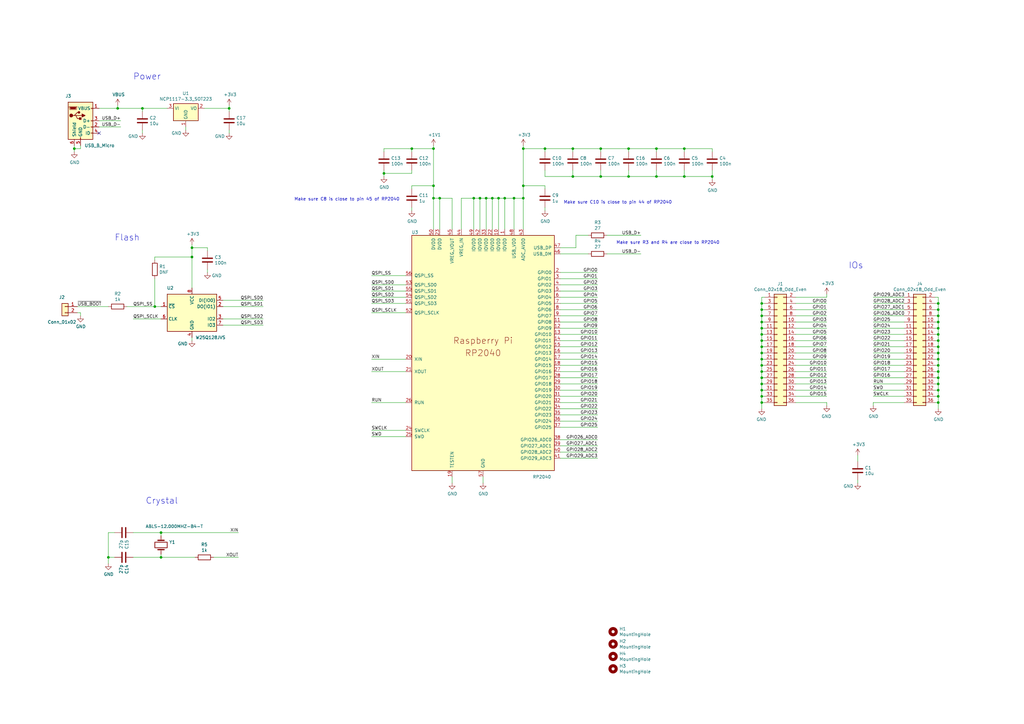
<source format=kicad_sch>
(kicad_sch (version 20230121) (generator eeschema)
  (paper "A3")
  (title_block (title "RP2040 Minimal Design Example") (date "2020-12-18") (rev "REV1") (company "Raspberry Pi (Trading) Ltd"))
  (lib_symbols
    (symbol "Connector_Generic:Conn_01x02" (pin_names (offset 1.016) hide)
      (property "Reference" "J" (at 0 2.54 0))
      (property "Value" "Conn_01x02" (at 0 -5.08 0))
      (symbol "Conn_01x02_1_1"
        (pin passive line (at -5.08 0 0) (length 3.81) (name "Pin_1") (number "1"))
        (pin passive line (at -5.08 -2.54 0) (length 3.81) (name "Pin_2") (number "2"))
      )
    )
    (symbol "Connector_Generic:Conn_02x18_Odd_Even" (pin_names (offset 1.016) hide)
      (property "Reference" "J" (at 1.27 22.86 0))
      (property "Value" "Conn_02x18_Odd_Even" (at 1.27 -25.4 0))
      (symbol "Conn_02x18_Odd_Even_1_1"
        (pin passive line (at -5.08 20.32 0) (length 3.81) (name "Pin_1") (number "1"))
        (pin passive line (at 7.62 10.16 180) (length 3.81) (name "Pin_10") (number "10"))
        (pin passive line (at -5.08 7.62 0) (length 3.81) (name "Pin_11") (number "11"))
        (pin passive line (at 7.62 7.62 180) (length 3.81) (name "Pin_12") (number "12"))
        (pin passive line (at -5.08 5.08 0) (length 3.81) (name "Pin_13") (number "13"))
        (pin passive line (at 7.62 5.08 180) (length 3.81) (name "Pin_14") (number "14"))
        (pin passive line (at -5.08 2.54 0) (length 3.81) (name "Pin_15") (number "15"))
        (pin passive line (at 7.62 2.54 180) (length 3.81) (name "Pin_16") (number "16"))
        (pin passive line (at -5.08 0 0) (length 3.81) (name "Pin_17") (number "17"))
        (pin passive line (at 7.62 0 180) (length 3.81) (name "Pin_18") (number "18"))
        (pin passive line (at -5.08 -2.54 0) (length 3.81) (name "Pin_19") (number "19"))
        (pin passive line (at 7.62 20.32 180) (length 3.81) (name "Pin_2") (number "2"))
        (pin passive line (at 7.62 -2.54 180) (length 3.81) (name "Pin_20") (number "20"))
        (pin passive line (at -5.08 -5.08 0) (length 3.81) (name "Pin_21") (number "21"))
        (pin passive line (at 7.62 -5.08 180) (length 3.81) (name "Pin_22") (number "22"))
        (pin passive line (at -5.08 -7.62 0) (length 3.81) (name "Pin_23") (number "23"))
        (pin passive line (at 7.62 -7.62 180) (length 3.81) (name "Pin_24") (number "24"))
        (pin passive line (at -5.08 -10.16 0) (length 3.81) (name "Pin_25") (number "25"))
        (pin passive line (at 7.62 -10.16 180) (length 3.81) (name "Pin_26") (number "26"))
        (pin passive line (at -5.08 -12.7 0) (length 3.81) (name "Pin_27") (number "27"))
        (pin passive line (at 7.62 -12.7 180) (length 3.81) (name "Pin_28") (number "28"))
        (pin passive line (at -5.08 -15.24 0) (length 3.81) (name "Pin_29") (number "29"))
        (pin passive line (at -5.08 17.78 0) (length 3.81) (name "Pin_3") (number "3"))
        (pin passive line (at 7.62 -15.24 180) (length 3.81) (name "Pin_30") (number "30"))
        (pin passive line (at -5.08 -17.78 0) (length 3.81) (name "Pin_31") (number "31"))
        (pin passive line (at 7.62 -17.78 180) (length 3.81) (name "Pin_32") (number "32"))
        (pin passive line (at -5.08 -20.32 0) (length 3.81) (name "Pin_33") (number "33"))
        (pin passive line (at 7.62 -20.32 180) (length 3.81) (name "Pin_34") (number "34"))
        (pin passive line (at -5.08 -22.86 0) (length 3.81) (name "Pin_35") (number "35"))
        (pin passive line (at 7.62 -22.86 180) (length 3.81) (name "Pin_36") (number "36"))
        (pin passive line (at 7.62 17.78 180) (length 3.81) (name "Pin_4") (number "4"))
        (pin passive line (at -5.08 15.24 0) (length 3.81) (name "Pin_5") (number "5"))
        (pin passive line (at 7.62 15.24 180) (length 3.81) (name "Pin_6") (number "6"))
        (pin passive line (at -5.08 12.7 0) (length 3.81) (name "Pin_7") (number "7"))
        (pin passive line (at 7.62 12.7 180) (length 3.81) (name "Pin_8") (number "8"))
        (pin passive line (at -5.08 10.16 0) (length 3.81) (name "Pin_9") (number "9"))
      )
    )
    (symbol "Device:C" (pin_numbers hide) (pin_names (offset 0.254))
      (property "Reference" "C" (at 0.635 2.54 0))
      (property "Value" "C" (at 0.635 -2.54 0))
      (symbol "C_1_1"
        (pin passive line (at 0 3.81 270) (length 2.794) (name "~") (number "1"))
        (pin passive line (at 0 -3.81 90) (length 2.794) (name "~") (number "2"))
      )
    )
    (symbol "Device:Crystal" (pin_numbers hide) (pin_names (offset 1.016) hide)
      (property "Reference" "Y" (at 0 3.81 0))
      (property "Value" "Crystal" (at 0 -3.81 0))
      (symbol "Crystal_1_1"
        (pin passive line (at -3.81 0 0) (length 1.27) (name "1") (number "1"))
        (pin passive line (at 3.81 0 180) (length 1.27) (name "2") (number "2"))
      )
    )
    (symbol "Device:R" (pin_numbers hide) (pin_names (offset 0))
      (property "Reference" "R" (at 2.032 0 90))
      (property "Value" "R" (at 0 0 90))
      (symbol "R_1_1"
        (pin passive line (at 0 3.81 270) (length 1.27) (name "~") (number "1"))
        (pin passive line (at 0 -3.81 90) (length 1.27) (name "~") (number "2"))
      )
    )
    (symbol "MCU_RaspberryPi_RP2040:RP2040" (pin_names (offset 1.016))
      (property "Reference" "U" (at -29.21 49.53 0))
      (property "Value" "RP2040" (at 24.13 -49.53 0))
      (symbol "RP2040_0_0"
        (text "Raspberry Pi" (at 0 5.08 0) (effects (font (size 2.54 2.54))))
        (text "RP2040" (at 0 0 0) (effects (font (size 2.54 2.54))))
      )
      (symbol "RP2040_1_1"
        (pin power_in line (at 8.89 50.8 270) (length 2.54) (name "IOVDD") (number "1"))
        (pin power_in line (at 6.35 50.8 270) (length 2.54) (name "IOVDD") (number "10"))
        (pin bidirectional line (at 31.75 12.7 180) (length 2.54) (name "GPIO8") (number "11"))
        (pin bidirectional line (at 31.75 10.16 180) (length 2.54) (name "GPIO9") (number "12"))
        (pin bidirectional line (at 31.75 7.62 180) (length 2.54) (name "GPIO10") (number "13"))
        (pin bidirectional line (at 31.75 5.08 180) (length 2.54) (name "GPIO11") (number "14"))
        (pin bidirectional line (at 31.75 2.54 180) (length 2.54) (name "GPIO12") (number "15"))
        (pin bidirectional line (at 31.75 0 180) (length 2.54) (name "GPIO13") (number "16"))
        (pin bidirectional line (at 31.75 -2.54 180) (length 2.54) (name "GPIO14") (number "17"))
        (pin bidirectional line (at 31.75 -5.08 180) (length 2.54) (name "GPIO15") (number "18"))
        (pin passive line (at -12.7 -50.8 90) (length 2.54) (name "TESTEN") (number "19"))
        (pin bidirectional line (at 31.75 33.02 180) (length 2.54) (name "GPIO0") (number "2"))
        (pin input line (at -31.75 -2.54 0) (length 2.54) (name "XIN") (number "20"))
        (pin passive line (at -31.75 -7.62 0) (length 2.54) (name "XOUT") (number "21"))
        (pin power_in line (at 3.81 50.8 270) (length 2.54) (name "IOVDD") (number "22"))
        (pin power_in line (at -17.78 50.8 270) (length 2.54) (name "DVDD") (number "23"))
        (pin output line (at -31.75 -31.75 0) (length 2.54) (name "SWCLK") (number "24"))
        (pin bidirectional line (at -31.75 -34.29 0) (length 2.54) (name "SWD") (number "25"))
        (pin input line (at -31.75 -20.32 0) (length 2.54) (name "RUN") (number "26"))
        (pin bidirectional line (at 31.75 -7.62 180) (length 2.54) (name "GPIO16") (number "27"))
        (pin bidirectional line (at 31.75 -10.16 180) (length 2.54) (name "GPIO17") (number "28"))
        (pin bidirectional line (at 31.75 -12.7 180) (length 2.54) (name "GPIO18") (number "29"))
        (pin bidirectional line (at 31.75 30.48 180) (length 2.54) (name "GPIO1") (number "3"))
        (pin bidirectional line (at 31.75 -15.24 180) (length 2.54) (name "GPIO19") (number "30"))
        (pin bidirectional line (at 31.75 -17.78 180) (length 2.54) (name "GPIO20") (number "31"))
        (pin bidirectional line (at 31.75 -20.32 180) (length 2.54) (name "GPIO21") (number "32"))
        (pin power_in line (at 1.27 50.8 270) (length 2.54) (name "IOVDD") (number "33"))
        (pin bidirectional line (at 31.75 -22.86 180) (length 2.54) (name "GPIO22") (number "34"))
        (pin bidirectional line (at 31.75 -25.4 180) (length 2.54) (name "GPIO23") (number "35"))
        (pin bidirectional line (at 31.75 -27.94 180) (length 2.54) (name "GPIO24") (number "36"))
        (pin bidirectional line (at 31.75 -30.48 180) (length 2.54) (name "GPIO25") (number "37"))
        (pin bidirectional line (at 31.75 -35.56 180) (length 2.54) (name "GPIO26_ADC0") (number "38"))
        (pin bidirectional line (at 31.75 -38.1 180) (length 2.54) (name "GPIO27_ADC1") (number "39"))
        (pin bidirectional line (at 31.75 27.94 180) (length 2.54) (name "GPIO2") (number "4"))
        (pin bidirectional line (at 31.75 -40.64 180) (length 2.54) (name "GPIO28_ADC2") (number "40"))
        (pin bidirectional line (at 31.75 -43.18 180) (length 2.54) (name "GPIO29_ADC3") (number "41"))
        (pin power_in line (at -1.27 50.8 270) (length 2.54) (name "IOVDD") (number "42"))
        (pin power_in line (at 16.51 50.8 270) (length 2.54) (name "ADC_AVDD") (number "43"))
        (pin power_in line (at -8.89 50.8 270) (length 2.54) (name "VREG_IN") (number "44"))
        (pin power_out line (at -12.7 50.8 270) (length 2.54) (name "VREG_VOUT") (number "45"))
        (pin bidirectional line (at 31.75 40.64 180) (length 2.54) (name "USB_DM") (number "46"))
        (pin bidirectional line (at 31.75 43.18 180) (length 2.54) (name "USB_DP") (number "47"))
        (pin power_in line (at 12.7 50.8 270) (length 2.54) (name "USB_VDD") (number "48"))
        (pin power_in line (at -3.81 50.8 270) (length 2.54) (name "IOVDD") (number "49"))
        (pin bidirectional line (at 31.75 25.4 180) (length 2.54) (name "GPIO3") (number "5"))
        (pin power_in line (at -20.32 50.8 270) (length 2.54) (name "DVDD") (number "50"))
        (pin bidirectional line (at -31.75 20.32 0) (length 2.54) (name "QSPI_SD3") (number "51"))
        (pin output line (at -31.75 16.51 0) (length 2.54) (name "QSPI_SCLK") (number "52"))
        (pin bidirectional line (at -31.75 27.94 0) (length 2.54) (name "QSPI_SD0") (number "53"))
        (pin bidirectional line (at -31.75 22.86 0) (length 2.54) (name "QSPI_SD2") (number "54"))
        (pin bidirectional line (at -31.75 25.4 0) (length 2.54) (name "QSPI_SD1") (number "55"))
        (pin bidirectional line (at -31.75 31.75 0) (length 2.54) (name "QSPI_SS") (number "56"))
        (pin power_in line (at 0 -50.8 90) (length 2.54) (name "GND") (number "57"))
        (pin bidirectional line (at 31.75 22.86 180) (length 2.54) (name "GPIO4") (number "6"))
        (pin bidirectional line (at 31.75 20.32 180) (length 2.54) (name "GPIO5") (number "7"))
        (pin bidirectional line (at 31.75 17.78 180) (length 2.54) (name "GPIO6") (number "8"))
        (pin bidirectional line (at 31.75 15.24 180) (length 2.54) (name "GPIO7") (number "9"))
      )
    )
    (symbol "Mechanical:MountingHole" (pin_names (offset 1.016))
      (property "Reference" "H" (at 0 5.08 0))
      (property "Value" "MountingHole" (at 0 3.175 0))
    )
    (symbol "RP2040_minimal-rescue:USB_B_Micro-Connector" (pin_names (offset 1.016))
      (property "Reference" "J" (at -5.08 11.43 0))
      (property "Value" "Connector_USB_B_Micro" (at -5.08 8.89 0))
      (symbol "USB_B_Micro-Connector_1_1"
        (pin power_out line (at 7.62 5.08 180) (length 2.54) (name "VBUS") (number "1"))
        (pin passive line (at 7.62 -2.54 180) (length 2.54) (name "D-") (number "2"))
        (pin passive line (at 7.62 0 180) (length 2.54) (name "D+") (number "3"))
        (pin passive line (at 7.62 -5.08 180) (length 2.54) (name "ID") (number "4"))
        (pin power_out line (at 0 -10.16 90) (length 2.54) (name "GND") (number "5"))
        (pin passive line (at -2.54 -10.16 90) (length 2.54) (name "Shield") (number "6"))
      )
    )
    (symbol "RP2040_minimal-rescue:W25Q128JVS-Memory_Flash"
      (property "Reference" "U" (at -8.89 8.89 0))
      (property "Value" "Memory_Flash_W25Q128JVS" (at 7.62 8.89 0))
      (symbol "W25Q128JVS-Memory_Flash_1_1"
        (pin input line (at -12.7 2.54 0) (length 2.54) (name "~{CS}") (number "1"))
        (pin bidirectional line (at 12.7 2.54 180) (length 2.54) (name "DO(IO1)") (number "2"))
        (pin bidirectional line (at 12.7 -2.54 180) (length 2.54) (name "IO2") (number "3"))
        (pin power_in line (at 0 -10.16 90) (length 2.54) (name "GND") (number "4"))
        (pin bidirectional line (at 12.7 5.08 180) (length 2.54) (name "DI(IO0)") (number "5"))
        (pin input line (at -12.7 -2.54 0) (length 2.54) (name "CLK") (number "6"))
        (pin bidirectional line (at 12.7 -5.08 180) (length 2.54) (name "IO3") (number "7"))
        (pin power_in line (at 0 10.16 270) (length 2.54) (name "VCC") (number "8"))
      )
    )
    (symbol "Regulator_Linear:NCP1117-3.3_SOT223"
      (property "Reference" "U" (at -3.81 3.175 0))
      (property "Value" "NCP1117-3.3_SOT223" (at 0 3.175 0))
      (symbol "NCP1117-3.3_SOT223_1_1"
        (pin power_in line (at 0 -7.62 90) (length 2.54) (name "GND") (number "1"))
        (pin power_out line (at 7.62 0 180) (length 2.54) (name "VO") (number "2"))
        (pin power_in line (at -7.62 0 0) (length 2.54) (name "VI") (number "3"))
      )
    )
    (symbol "power:+1V1" (power) (pin_names (offset 0))
      (property "Value" "+1V1" (at 0 3.556 0))
      (symbol "+1V1_1_1"
        (pin power_in line (at 0 0 90) (length 0) hide (name "+1V1") (number "1"))
      )
    )
    (symbol "power:+3V3" (power) (pin_names (offset 0))
      (property "Value" "+3V3" (at 0 3.556 0))
      (symbol "+3V3_1_1"
        (pin power_in line (at 0 0 90) (length 0) hide (name "+3V3") (number "1"))
      )
    )
    (symbol "power:GND" (power) (pin_names (offset 0))
      (property "Value" "GND" (at 0 -3.81 0))
      (symbol "GND_1_1"
        (pin power_in line (at 0 0 270) (length 0) hide (name "GND") (number "1"))
      )
    )
    (symbol "power:VBUS" (power) (pin_names (offset 0))
      (property "Value" "VBUS" (at 0 3.81 0))
      (symbol "VBUS_1_1"
        (pin power_in line (at 0 0 90) (length 0) hide (name "VBUS") (number "1"))
      )
    )
  )
  (junction (at 312.42 142.24))
  (junction (at 30.48 60.96))
  (junction (at 214.63 81.28))
  (junction (at 384.81 132.08))
  (junction (at 312.42 154.94))
  (junction (at 384.81 142.24))
  (junction (at 280.67 60.96))
  (junction (at 384.81 129.54))
  (junction (at 384.81 134.62))
  (junction (at 78.74 105.41))
  (junction (at 44.45 228.6))
  (junction (at 312.42 129.54))
  (junction (at 312.42 144.78))
  (junction (at 384.81 154.94))
  (junction (at 180.34 81.28))
  (junction (at 312.42 157.48))
  (junction (at 157.48 71.12))
  (junction (at 234.95 72.39))
  (junction (at 269.24 72.39))
  (junction (at 78.74 101.6))
  (junction (at 384.81 137.16))
  (junction (at 384.81 124.46))
  (junction (at 312.42 160.02))
  (junction (at 312.42 127))
  (junction (at 214.63 76.2))
  (junction (at 384.81 147.32))
  (junction (at 384.81 139.7))
  (junction (at 384.81 144.78))
  (junction (at 168.91 60.96))
  (junction (at 257.81 60.96))
  (junction (at 312.42 137.16))
  (junction (at 66.04 218.44))
  (junction (at 269.24 60.96))
  (junction (at 312.42 147.32))
  (junction (at 312.42 139.7))
  (junction (at 312.42 132.08))
  (junction (at 384.81 165.1))
  (junction (at 312.42 149.86))
  (junction (at 312.42 134.62))
  (junction (at 204.47 81.28))
  (junction (at 280.67 72.39))
  (junction (at 63.5 125.73))
  (junction (at 384.81 149.86))
  (junction (at 234.95 60.96))
  (junction (at 384.81 152.4))
  (junction (at 201.93 81.28))
  (junction (at 223.52 60.96))
  (junction (at 246.38 72.39))
  (junction (at 312.42 152.4))
  (junction (at 246.38 60.96))
  (junction (at 384.81 127))
  (junction (at 177.8 81.28))
  (junction (at 177.8 76.2))
  (junction (at 177.8 60.96))
  (junction (at 58.42 44.45))
  (junction (at 93.98 44.45))
  (junction (at 312.42 124.46))
  (junction (at 194.31 81.28))
  (junction (at 384.81 157.48))
  (junction (at 199.39 81.28))
  (junction (at 66.04 228.6))
  (junction (at 384.81 160.02))
  (junction (at 312.42 165.1))
  (junction (at 292.1 72.39))
  (junction (at 384.81 162.56))
  (junction (at 207.01 81.28))
  (junction (at 257.81 72.39))
  (junction (at 312.42 162.56))
  (junction (at 210.82 81.28))
  (junction (at 196.85 81.28))
  (junction (at 214.63 60.96))
  (junction (at 48.26 44.45))
  (no_connect (at 40.64 54.61))
  (wire (pts (xy 196.85 93.98) (xy 196.85 81.28)))
  (wire (pts (xy 229.87 182.88) (xy 245.11 182.88)))
  (wire (pts (xy 370.84 137.16) (xy 358.14 137.16)))
  (wire (pts (xy 168.91 85.09) (xy 168.91 86.36)))
  (wire (pts (xy 214.63 60.96) (xy 214.63 76.2)))
  (wire (pts (xy 214.63 60.96) (xy 223.52 60.96)))
  (wire (pts (xy 199.39 93.98) (xy 199.39 81.28)))
  (wire (pts (xy 384.81 137.16) (xy 384.81 139.7)))
  (wire (pts (xy 312.42 132.08) (xy 312.42 134.62)))
  (wire (pts (xy 384.81 134.62) (xy 384.81 137.16)))
  (wire (pts (xy 339.09 121.92) (xy 326.39 121.92)))
  (wire (pts (xy 312.42 139.7) (xy 312.42 142.24)))
  (wire (pts (xy 229.87 121.92) (xy 245.11 121.92)))
  (wire (pts (xy 246.38 69.85) (xy 246.38 72.39)))
  (wire (pts (xy 312.42 165.1) (xy 312.42 167.64)))
  (wire (pts (xy 384.81 165.1) (xy 384.81 167.64)))
  (wire (pts (xy 339.09 166.37) (xy 339.09 165.1)))
  (wire (pts (xy 78.74 101.6) (xy 78.74 105.41)))
  (wire (pts (xy 78.74 138.43) (xy 78.74 139.7)))
  (wire (pts (xy 384.81 154.94) (xy 384.81 157.48)))
  (wire (pts (xy 229.87 139.7) (xy 245.11 139.7)))
  (wire (pts (xy 280.67 60.96) (xy 292.1 60.96)))
  (wire (pts (xy 313.69 152.4) (xy 312.42 152.4)))
  (wire (pts (xy 383.54 144.78) (xy 384.81 144.78)))
  (wire (pts (xy 313.69 165.1) (xy 312.42 165.1)))
  (wire (pts (xy 177.8 59.69) (xy 177.8 60.96)))
  (wire (pts (xy 312.42 147.32) (xy 312.42 149.86)))
  (wire (pts (xy 384.81 157.48) (xy 384.81 160.02)))
  (wire (pts (xy 339.09 157.48) (xy 326.39 157.48)))
  (wire (pts (xy 384.81 162.56) (xy 384.81 165.1)))
  (wire (pts (xy 358.14 165.1) (xy 370.84 165.1)))
  (wire (pts (xy 292.1 69.85) (xy 292.1 72.39)))
  (wire (pts (xy 152.4 124.46) (xy 166.37 124.46)))
  (wire (pts (xy 168.91 76.2) (xy 177.8 76.2)))
  (wire (pts (xy 370.84 142.24) (xy 358.14 142.24)))
  (wire (pts (xy 370.84 157.48) (xy 358.14 157.48)))
  (wire (pts (xy 166.37 179.07) (xy 152.4 179.07)))
  (wire (pts (xy 312.42 121.92) (xy 312.42 124.46)))
  (wire (pts (xy 85.09 102.87) (xy 85.09 101.6)))
  (wire (pts (xy 246.38 72.39) (xy 234.95 72.39)))
  (wire (pts (xy 339.09 152.4) (xy 326.39 152.4)))
  (wire (pts (xy 91.44 133.35) (xy 107.95 133.35)))
  (wire (pts (xy 189.23 93.98) (xy 189.23 81.28)))
  (wire (pts (xy 87.63 228.6) (xy 97.79 228.6)))
  (wire (pts (xy 54.61 130.81) (xy 66.04 130.81)))
  (wire (pts (xy 229.87 147.32) (xy 245.11 147.32)))
  (wire (pts (xy 229.87 149.86) (xy 245.11 149.86)))
  (wire (pts (xy 312.42 134.62) (xy 312.42 137.16)))
  (wire (pts (xy 383.54 139.7) (xy 384.81 139.7)))
  (wire (pts (xy 312.42 127) (xy 312.42 129.54)))
  (wire (pts (xy 66.04 228.6) (xy 80.01 228.6)))
  (wire (pts (xy 234.95 69.85) (xy 234.95 72.39)))
  (wire (pts (xy 370.84 152.4) (xy 358.14 152.4)))
  (wire (pts (xy 339.09 165.1) (xy 326.39 165.1)))
  (wire (pts (xy 201.93 93.98) (xy 201.93 81.28)))
  (wire (pts (xy 223.52 60.96) (xy 234.95 60.96)))
  (wire (pts (xy 384.81 124.46) (xy 384.81 127)))
  (wire (pts (xy 370.84 124.46) (xy 358.14 124.46)))
  (wire (pts (xy 223.52 77.47) (xy 223.52 76.2)))
  (wire (pts (xy 229.87 172.72) (xy 245.11 172.72)))
  (wire (pts (xy 234.95 62.23) (xy 234.95 60.96)))
  (wire (pts (xy 312.42 160.02) (xy 312.42 162.56)))
  (wire (pts (xy 63.5 105.41) (xy 78.74 105.41)))
  (wire (pts (xy 313.69 160.02) (xy 312.42 160.02)))
  (wire (pts (xy 229.87 119.38) (xy 245.11 119.38)))
  (wire (pts (xy 229.87 162.56) (xy 245.11 162.56)))
  (wire (pts (xy 229.87 167.64) (xy 245.11 167.64)))
  (wire (pts (xy 91.44 125.73) (xy 107.95 125.73)))
  (wire (pts (xy 370.84 134.62) (xy 358.14 134.62)))
  (wire (pts (xy 384.81 147.32) (xy 384.81 149.86)))
  (wire (pts (xy 229.87 187.96) (xy 245.11 187.96)))
  (wire (pts (xy 339.09 154.94) (xy 326.39 154.94)))
  (wire (pts (xy 383.54 121.92) (xy 384.81 121.92)))
  (wire (pts (xy 214.63 81.28) (xy 214.63 93.98)))
  (wire (pts (xy 313.69 144.78) (xy 312.42 144.78)))
  (wire (pts (xy 214.63 76.2) (xy 214.63 81.28)))
  (wire (pts (xy 339.09 134.62) (xy 326.39 134.62)))
  (wire (pts (xy 370.84 149.86) (xy 358.14 149.86)))
  (wire (pts (xy 339.09 129.54) (xy 326.39 129.54)))
  (wire (pts (xy 229.87 175.26) (xy 245.11 175.26)))
  (wire (pts (xy 166.37 176.53) (xy 152.4 176.53)))
  (wire (pts (xy 236.22 96.52) (xy 241.3 96.52)))
  (wire (pts (xy 30.48 60.96) (xy 30.48 62.23)))
  (wire (pts (xy 236.22 96.52) (xy 236.22 101.6)))
  (wire (pts (xy 199.39 81.28) (xy 201.93 81.28)))
  (wire (pts (xy 204.47 93.98) (xy 204.47 81.28)))
  (wire (pts (xy 339.09 121.92) (xy 339.09 120.65)))
  (wire (pts (xy 280.67 72.39) (xy 292.1 72.39)))
  (wire (pts (xy 292.1 72.39) (xy 292.1 73.66)))
  (wire (pts (xy 234.95 60.96) (xy 246.38 60.96)))
  (wire (pts (xy 180.34 93.98) (xy 180.34 81.28)))
  (wire (pts (xy 93.98 44.45) (xy 93.98 43.18)))
  (wire (pts (xy 48.26 44.45) (xy 58.42 44.45)))
  (wire (pts (xy 229.87 129.54) (xy 245.11 129.54)))
  (wire (pts (xy 257.81 72.39) (xy 246.38 72.39)))
  (wire (pts (xy 177.8 60.96) (xy 177.8 76.2)))
  (wire (pts (xy 168.91 62.23) (xy 168.91 60.96)))
  (wire (pts (xy 384.81 132.08) (xy 384.81 134.62)))
  (wire (pts (xy 351.79 186.69) (xy 351.79 189.23)))
  (wire (pts (xy 85.09 110.49) (xy 85.09 111.76)))
  (wire (pts (xy 313.69 132.08) (xy 312.42 132.08)))
  (wire (pts (xy 312.42 137.16) (xy 312.42 139.7)))
  (wire (pts (xy 223.52 85.09) (xy 223.52 86.36)))
  (wire (pts (xy 269.24 72.39) (xy 257.81 72.39)))
  (wire (pts (xy 384.81 152.4) (xy 384.81 154.94)))
  (wire (pts (xy 246.38 62.23) (xy 246.38 60.96)))
  (wire (pts (xy 91.44 130.81) (xy 107.95 130.81)))
  (wire (pts (xy 229.87 154.94) (xy 245.11 154.94)))
  (wire (pts (xy 214.63 76.2) (xy 223.52 76.2)))
  (wire (pts (xy 30.48 59.69) (xy 30.48 60.96)))
  (wire (pts (xy 280.67 69.85) (xy 280.67 72.39)))
  (wire (pts (xy 312.42 152.4) (xy 312.42 154.94)))
  (wire (pts (xy 229.87 160.02) (xy 245.11 160.02)))
  (wire (pts (xy 63.5 106.68) (xy 63.5 105.41)))
  (wire (pts (xy 180.34 81.28) (xy 177.8 81.28)))
  (wire (pts (xy 384.81 129.54) (xy 384.81 132.08)))
  (wire (pts (xy 54.61 218.44) (xy 66.04 218.44)))
  (wire (pts (xy 229.87 180.34) (xy 245.11 180.34)))
  (wire (pts (xy 66.04 219.71) (xy 66.04 218.44)))
  (wire (pts (xy 168.91 77.47) (xy 168.91 76.2)))
  (wire (pts (xy 40.64 49.53) (xy 49.53 49.53)))
  (wire (pts (xy 312.42 124.46) (xy 312.42 127)))
  (wire (pts (xy 204.47 81.28) (xy 207.01 81.28)))
  (wire (pts (xy 313.69 154.94) (xy 312.42 154.94)))
  (wire (pts (xy 63.5 125.73) (xy 66.04 125.73)))
  (wire (pts (xy 313.69 124.46) (xy 312.42 124.46)))
  (wire (pts (xy 210.82 93.98) (xy 210.82 81.28)))
  (wire (pts (xy 280.67 62.23) (xy 280.67 60.96)))
  (wire (pts (xy 229.87 124.46) (xy 245.11 124.46)))
  (wire (pts (xy 229.87 185.42) (xy 245.11 185.42)))
  (wire (pts (xy 370.84 121.92) (xy 358.14 121.92)))
  (wire (pts (xy 210.82 81.28) (xy 214.63 81.28)))
  (wire (pts (xy 269.24 62.23) (xy 269.24 60.96)))
  (wire (pts (xy 339.09 127) (xy 326.39 127)))
  (wire (pts (xy 370.84 147.32) (xy 358.14 147.32)))
  (wire (pts (xy 313.69 137.16) (xy 312.42 137.16)))
  (wire (pts (xy 48.26 43.18) (xy 48.26 44.45)))
  (wire (pts (xy 185.42 81.28) (xy 180.34 81.28)))
  (wire (pts (xy 166.37 165.1) (xy 152.4 165.1)))
  (wire (pts (xy 370.84 127) (xy 358.14 127)))
  (wire (pts (xy 33.02 59.69) (xy 33.02 60.96)))
  (wire (pts (xy 152.4 116.84) (xy 166.37 116.84)))
  (wire (pts (xy 207.01 81.28) (xy 210.82 81.28)))
  (wire (pts (xy 384.81 149.86) (xy 384.81 152.4)))
  (wire (pts (xy 370.84 139.7) (xy 358.14 139.7)))
  (wire (pts (xy 157.48 71.12) (xy 168.91 71.12)))
  (wire (pts (xy 370.84 132.08) (xy 358.14 132.08)))
  (wire (pts (xy 339.09 149.86) (xy 326.39 149.86)))
  (wire (pts (xy 185.42 93.98) (xy 185.42 81.28)))
  (wire (pts (xy 52.07 125.73) (xy 63.5 125.73)))
  (wire (pts (xy 370.84 160.02) (xy 358.14 160.02)))
  (wire (pts (xy 229.87 134.62) (xy 245.11 134.62)))
  (wire (pts (xy 85.09 101.6) (xy 78.74 101.6)))
  (wire (pts (xy 384.81 160.02) (xy 384.81 162.56)))
  (wire (pts (xy 198.12 195.58) (xy 198.12 198.12)))
  (wire (pts (xy 384.81 127) (xy 384.81 129.54)))
  (wire (pts (xy 229.87 137.16) (xy 245.11 137.16)))
  (wire (pts (xy 229.87 170.18) (xy 245.11 170.18)))
  (wire (pts (xy 157.48 62.23) (xy 157.48 60.96)))
  (wire (pts (xy 339.09 137.16) (xy 326.39 137.16)))
  (wire (pts (xy 339.09 139.7) (xy 326.39 139.7)))
  (wire (pts (xy 58.42 45.72) (xy 58.42 44.45)))
  (wire (pts (xy 257.81 62.23) (xy 257.81 60.96)))
  (wire (pts (xy 229.87 116.84) (xy 245.11 116.84)))
  (wire (pts (xy 177.8 81.28) (xy 177.8 93.98)))
  (wire (pts (xy 383.54 147.32) (xy 384.81 147.32)))
  (wire (pts (xy 66.04 227.33) (xy 66.04 228.6)))
  (wire (pts (xy 229.87 152.4) (xy 245.11 152.4)))
  (wire (pts (xy 166.37 152.4) (xy 152.4 152.4)))
  (wire (pts (xy 54.61 228.6) (xy 66.04 228.6)))
  (wire (pts (xy 229.87 111.76) (xy 245.11 111.76)))
  (wire (pts (xy 312.42 144.78) (xy 312.42 147.32)))
  (wire (pts (xy 280.67 72.39) (xy 269.24 72.39)))
  (wire (pts (xy 157.48 69.85) (xy 157.48 71.12)))
  (wire (pts (xy 185.42 195.58) (xy 185.42 198.12)))
  (wire (pts (xy 339.09 147.32) (xy 326.39 147.32)))
  (wire (pts (xy 166.37 128.27) (xy 152.4 128.27)))
  (wire (pts (xy 313.69 129.54) (xy 312.42 129.54)))
  (wire (pts (xy 44.45 218.44) (xy 44.45 228.6)))
  (wire (pts (xy 229.87 132.08) (xy 245.11 132.08)))
  (wire (pts (xy 168.91 71.12) (xy 168.91 69.85)))
  (wire (pts (xy 383.54 157.48) (xy 384.81 157.48)))
  (wire (pts (xy 78.74 100.33) (xy 78.74 101.6)))
  (wire (pts (xy 152.4 147.32) (xy 166.37 147.32)))
  (wire (pts (xy 40.64 52.07) (xy 49.53 52.07)))
  (wire (pts (xy 229.87 104.14) (xy 241.3 104.14)))
  (wire (pts (xy 229.87 101.6) (xy 236.22 101.6)))
  (wire (pts (xy 44.45 228.6) (xy 44.45 231.14)))
  (wire (pts (xy 383.54 154.94) (xy 384.81 154.94)))
  (wire (pts (xy 383.54 152.4) (xy 384.81 152.4)))
  (wire (pts (xy 229.87 127) (xy 245.11 127)))
  (wire (pts (xy 229.87 142.24) (xy 245.11 142.24)))
  (wire (pts (xy 358.14 166.37) (xy 358.14 165.1)))
  (wire (pts (xy 177.8 76.2) (xy 177.8 81.28)))
  (wire (pts (xy 46.99 218.44) (xy 44.45 218.44)))
  (wire (pts (xy 312.42 162.56) (xy 312.42 165.1)))
  (wire (pts (xy 257.81 60.96) (xy 269.24 60.96)))
  (wire (pts (xy 351.79 196.85) (xy 351.79 198.12)))
  (wire (pts (xy 196.85 81.28) (xy 199.39 81.28)))
  (wire (pts (xy 83.82 44.45) (xy 93.98 44.45)))
  (wire (pts (xy 31.75 128.27) (xy 33.02 128.27)))
  (wire (pts (xy 207.01 81.28) (xy 207.01 93.98)))
  (wire (pts (xy 383.54 129.54) (xy 384.81 129.54)))
  (wire (pts (xy 383.54 132.08) (xy 384.81 132.08)))
  (wire (pts (xy 201.93 81.28) (xy 204.47 81.28)))
  (wire (pts (xy 312.42 154.94) (xy 312.42 157.48)))
  (wire (pts (xy 194.31 81.28) (xy 196.85 81.28)))
  (wire (pts (xy 257.81 69.85) (xy 257.81 72.39)))
  (wire (pts (xy 292.1 62.23) (xy 292.1 60.96)))
  (wire (pts (xy 229.87 157.48) (xy 245.11 157.48)))
  (wire (pts (xy 370.84 129.54) (xy 358.14 129.54)))
  (wire (pts (xy 312.42 129.54) (xy 312.42 132.08)))
  (wire (pts (xy 63.5 114.3) (xy 63.5 125.73)))
  (wire (pts (xy 339.09 124.46) (xy 326.39 124.46)))
  (wire (pts (xy 383.54 162.56) (xy 384.81 162.56)))
  (wire (pts (xy 384.81 144.78) (xy 384.81 147.32)))
  (wire (pts (xy 229.87 114.3) (xy 245.11 114.3)))
  (wire (pts (xy 152.4 119.38) (xy 166.37 119.38)))
  (wire (pts (xy 384.81 142.24) (xy 384.81 144.78)))
  (wire (pts (xy 44.45 125.73) (xy 31.75 125.73)))
  (wire (pts (xy 383.54 127) (xy 384.81 127)))
  (wire (pts (xy 312.42 149.86) (xy 312.42 152.4)))
  (wire (pts (xy 168.91 60.96) (xy 177.8 60.96)))
  (wire (pts (xy 383.54 149.86) (xy 384.81 149.86)))
  (wire (pts (xy 214.63 59.69) (xy 214.63 60.96)))
  (wire (pts (xy 189.23 81.28) (xy 194.31 81.28)))
  (wire (pts (xy 384.81 139.7) (xy 384.81 142.24)))
  (wire (pts (xy 91.44 123.19) (xy 107.95 123.19)))
  (wire (pts (xy 383.54 142.24) (xy 384.81 142.24)))
  (wire (pts (xy 384.81 121.92) (xy 384.81 124.46)))
  (wire (pts (xy 313.69 147.32) (xy 312.42 147.32)))
  (wire (pts (xy 229.87 144.78) (xy 245.11 144.78)))
  (wire (pts (xy 339.09 132.08) (xy 326.39 132.08)))
  (wire (pts (xy 383.54 137.16) (xy 384.81 137.16)))
  (wire (pts (xy 383.54 160.02) (xy 384.81 160.02)))
  (wire (pts (xy 313.69 127) (xy 312.42 127)))
  (wire (pts (xy 93.98 45.72) (xy 93.98 44.45)))
  (wire (pts (xy 370.84 144.78) (xy 358.14 144.78)))
  (wire (pts (xy 312.42 157.48) (xy 312.42 160.02)))
  (wire (pts (xy 313.69 142.24) (xy 312.42 142.24)))
  (wire (pts (xy 157.48 71.12) (xy 157.48 72.39)))
  (wire (pts (xy 313.69 149.86) (xy 312.42 149.86)))
  (wire (pts (xy 194.31 93.98) (xy 194.31 81.28)))
  (wire (pts (xy 40.64 44.45) (xy 48.26 44.45)))
  (wire (pts (xy 339.09 144.78) (xy 326.39 144.78)))
  (wire (pts (xy 383.54 165.1) (xy 384.81 165.1)))
  (wire (pts (xy 66.04 218.44) (xy 97.79 218.44)))
  (wire (pts (xy 383.54 124.46) (xy 384.81 124.46)))
  (wire (pts (xy 313.69 121.92) (xy 312.42 121.92)))
  (wire (pts (xy 383.54 134.62) (xy 384.81 134.62)))
  (wire (pts (xy 166.37 113.03) (xy 152.4 113.03)))
  (wire (pts (xy 313.69 134.62) (xy 312.42 134.62)))
  (wire (pts (xy 313.69 157.48) (xy 312.42 157.48)))
  (wire (pts (xy 229.87 165.1) (xy 245.11 165.1)))
  (wire (pts (xy 339.09 142.24) (xy 326.39 142.24)))
  (wire (pts (xy 78.74 105.41) (xy 78.74 118.11)))
  (wire (pts (xy 313.69 139.7) (xy 312.42 139.7)))
  (wire (pts (xy 68.58 44.45) (xy 58.42 44.45)))
  (wire (pts (xy 46.99 228.6) (xy 44.45 228.6)))
  (wire (pts (xy 33.02 60.96) (xy 30.48 60.96)))
  (wire (pts (xy 246.38 60.96) (xy 257.81 60.96)))
  (wire (pts (xy 269.24 69.85) (xy 269.24 72.39)))
  (wire (pts (xy 157.48 60.96) (xy 168.91 60.96)))
  (wire (pts (xy 223.52 69.85) (xy 223.52 72.39)))
  (wire (pts (xy 248.92 96.52) (xy 262.89 96.52)))
  (wire (pts (xy 339.09 160.02) (xy 326.39 160.02)))
  (wire (pts (xy 370.84 162.56) (xy 358.14 162.56)))
  (wire (pts (xy 152.4 121.92) (xy 166.37 121.92)))
  (wire (pts (xy 370.84 154.94) (xy 358.14 154.94)))
  (wire (pts (xy 312.42 142.24) (xy 312.42 144.78)))
  (wire (pts (xy 33.02 128.27) (xy 33.02 129.54)))
  (wire (pts (xy 58.42 53.34) (xy 58.42 54.61)))
  (wire (pts (xy 76.2 52.07) (xy 76.2 53.34)))
  (wire (pts (xy 339.09 162.56) (xy 326.39 162.56)))
  (wire (pts (xy 234.95 72.39) (xy 223.52 72.39)))
  (wire (pts (xy 313.69 162.56) (xy 312.42 162.56)))
  (wire (pts (xy 248.92 104.14) (xy 262.89 104.14)))
  (wire (pts (xy 223.52 62.23) (xy 223.52 60.96)))
  (wire (pts (xy 93.98 53.34) (xy 93.98 54.61)))
  (wire (pts (xy 269.24 60.96) (xy 280.67 60.96)))
  (text "IOs" (at 347.98 110.49 0) (effects (font (size 2.54 2.54)) (justify left bottom)))
  (text "Make sure C8 is close to pin 45 of RP2040" (at 120.65 82.55 0) (effects (font (size 1.27 1.27)) (justify left bottom)))
  (text "Make sure C10 is close to pin 44 of RP2040" (at 231.14 83.82 0) (effects (font (size 1.27 1.27)) (justify left bottom)))
  (text "Crystal" (at 59.69 207.01 0) (effects (font (size 2.54 2.54)) (justify left bottom)))
  (text "Power" (at 54.61 33.02 0) (effects (font (size 2.54 2.54)) (justify left bottom)))
  (text "Flash" (at 46.99 99.06 0) (effects (font (size 2.54 2.54)) (justify left bottom)))
  (text "Make sure R3 and R4 are close to RP2040" (at 252.73 100.33 0) (effects (font (size 1.27 1.27)) (justify left bottom)))
  (label "GPIO15" (at 245.11 149.86 180))
  (label "QSPI_SS" (at 152.4 113.03 0))
  (label "GPIO23" (at 358.14 137.16 0))
  (label "XOUT" (at 97.79 228.6 180))
  (label "SWD" (at 358.14 160.02 0))
  (label "QSPI_SD0" (at 107.95 123.19 180))
  (label "XIN" (at 97.79 218.44 180))
  (label "GPIO9" (at 245.11 134.62 180))
  (label "GPIO5" (at 245.11 124.46 180))
  (label "GPIO9" (at 339.09 147.32 180))
  (label "GPIO18" (at 358.14 149.86 0))
  (label "GPIO29_ADC3" (at 245.11 187.96 180))
  (label "USB_D+" (at 262.89 96.52 180))
  (label "GPIO24" (at 358.14 134.62 0))
  (label "GPIO22" (at 245.11 167.64 180))
  (label "GPIO6" (at 245.11 127 180))
  (label "GPIO27_ADC1" (at 358.14 127 0))
  (label "QSPI_SD0" (at 152.4 116.84 0))
  (label "XOUT" (at 152.4 152.4 0))
  (label "QSPI_SCLK" (at 152.4 128.27 0))
  (label "GPIO27_ADC1" (at 245.11 182.88 180))
  (label "GPIO19" (at 358.14 147.32 0))
  (label "GPIO23" (at 245.11 170.18 180))
  (label "GPIO12" (at 339.09 154.94 180))
  (label "GPIO16" (at 358.14 154.94 0))
  (label "QSPI_SS" (at 54.61 125.73 0))
  (label "GPIO10" (at 245.11 137.16 180))
  (label "SWCLK" (at 152.4 176.53 0))
  (label "GPIO17" (at 245.11 154.94 180))
  (label "GPIO4" (at 245.11 121.92 180))
  (label "GPIO28_ADC2" (at 245.11 185.42 180))
  (label "GPIO2" (at 245.11 116.84 180))
  (label "GPIO8" (at 245.11 132.08 180))
  (label "GPIO14" (at 339.09 160.02 180))
  (label "GPIO6" (at 339.09 139.7 180))
  (label "GPIO25" (at 245.11 175.26 180))
  (label "GPIO0" (at 245.11 111.76 180))
  (label "GPIO24" (at 245.11 172.72 180))
  (label "USB_D+" (at 49.53 49.53 180))
  (label "GPIO1" (at 339.09 127 180))
  (label "GPIO28_ADC2" (at 358.14 124.46 0))
  (label "GPIO7" (at 245.11 129.54 180))
  (label "GPIO26_ADC0" (at 358.14 129.54 0))
  (label "GPIO10" (at 339.09 149.86 180))
  (label "GPIO3" (at 339.09 132.08 180))
  (label "QSPI_SD1" (at 152.4 119.38 0))
  (label "GPIO8" (at 339.09 144.78 180))
  (label "GPIO11" (at 339.09 152.4 180))
  (label "GPIO16" (at 245.11 152.4 180))
  (label "GPIO17" (at 358.14 152.4 0))
  (label "QSPI_SCLK" (at 54.61 130.81 0))
  (label "SWCLK" (at 358.14 162.56 0))
  (label "GPIO21" (at 245.11 165.1 180))
  (label "GPIO13" (at 339.09 157.48 180))
  (label "GPIO25" (at 358.14 132.08 0))
  (label "RUN" (at 358.14 157.48 0))
  (label "GPIO26_ADC0" (at 245.11 180.34 180))
  (label "GPIO7" (at 339.09 142.24 180))
  (label "SWD" (at 152.4 179.07 0))
  (label "QSPI_SD2" (at 152.4 121.92 0))
  (label "GPIO3" (at 245.11 119.38 180))
  (label "GPIO4" (at 339.09 134.62 180))
  (label "GPIO5" (at 339.09 137.16 180))
  (label "GPIO11" (at 245.11 139.7 180))
  (label "GPIO29_ADC3" (at 358.14 121.92 0))
  (label "GPIO20" (at 245.11 162.56 180))
  (label "GPIO22" (at 358.14 139.7 0))
  (label "GPIO14" (at 245.11 147.32 180))
  (label "QSPI_SD3" (at 152.4 124.46 0))
  (label "GPIO12" (at 245.11 142.24 180))
  (label "QSPI_SD3" (at 107.95 133.35 180))
  (label "GPIO19" (at 245.11 160.02 180))
  (label "GPIO13" (at 245.11 144.78 180))
  (label "GPIO15" (at 339.09 162.56 180))
  (label "QSPI_SD2" (at 107.95 130.81 180))
  (label "GPIO18" (at 245.11 157.48 180))
  (label "USB_D-" (at 49.53 52.07 180))
  (label "GPIO20" (at 358.14 144.78 0))
  (label "GPIO0" (at 339.09 124.46 180))
  (label "XIN" (at 152.4 147.32 0))
  (label "GPIO21" (at 358.14 142.24 0))
  (label "USB_D-" (at 262.89 104.14 180))
  (label "QSPI_SD1" (at 107.95 125.73 180))
  (label "GPIO1" (at 245.11 114.3 180))
  (label "RUN" (at 152.4 165.1 0))
  (label "~{USB_BOOT}" (at 31.75 125.73 0))
  (label "GPIO2" (at 339.09 129.54 180))
  (symbol (lib_id "MCU_RaspberryPi_RP2040:RP2040") (at 198.12 144.78 0) (unit 1)
    (property "Reference" "U3" (at 170.18 95.25 0))
    (property "Value" "RP2040" (at 222.25 195.58 0))
    (property "Footprint" "RP2040_minimal:RP2040-QFN-56" (effects hide))
    (property "Datasheet" "https://datasheet.lcsc.com/lcsc/2201101600_Raspberry-Pi-RP2040_C2040.pdf" (effects hide))
    (property "LCSC" "C2040" (effects hide))
  )
  (symbol (lib_id "Device:C") (at 50.8 218.44 270) (unit 1)
    (property "Reference" "C15" (at 51.9684 221.361 0) (effects (justify left)))
    (property "Value" "27p" (at 49.657 221.361 0) (effects (justify left)))
    (property "Footprint" "Capacitor_SMD:C_0402_1005Metric" (effects hide))
    (property "Datasheet" "https://datasheet.lcsc.com/lcsc/1811091611_Samsung-Electro-Mechanics-CL05A105KA5NQNC_C52923.pdf" (effects hide))
    (property "LCSC" "C52923" (effects hide))
  )
  (symbol (lib_id "Device:C") (at 50.8 228.6 270) (unit 1)
    (property "Reference" "C14" (at 51.9684 231.521 0) (effects (justify left)))
    (property "Value" "27p" (at 49.657 231.521 0) (effects (justify left)))
    (property "Footprint" "Capacitor_SMD:C_0402_1005Metric" (effects hide))
    (property "Datasheet" "https://datasheet.lcsc.com/lcsc/1811091611_Samsung-Electro-Mechanics-CL05A105KA5NQNC_C52923.pdf" (effects hide))
    (property "LCSC" "C52923" (effects hide))
  )
  (symbol (lib_id "power:GND") (at 44.45 231.14 0) (unit 1)
    (property "Reference" "#PWR06" (effects hide))
    (property "Value" "GND" (at 44.577 235.5342 0))
  )
  (symbol (lib_id "RP2040_minimal-rescue:W25Q128JVS-Memory_Flash") (at 78.74 128.27 0) (unit 1)
    (property "Reference" "U2" (at 69.85 118.11 0))
    (property "Value" "W25Q128JVS" (at 86.36 138.43 0))
    (property "Footprint" "Package_SO:SOIC-8_5.23x5.23mm_P1.27mm" (effects hide))
    (property "Datasheet" "http://www.winbond.com/resource-files/w25q128jv_dtr%20revc%2003272018%20plus.pdf" (effects hide))
    (property "LCSC" "C97521" (effects hide))
  )
  (symbol (lib_id "power:+3V3") (at 78.74 100.33 0) (unit 1)
    (property "Reference" "#PWR07" (effects hide))
    (property "Value" "+3V3" (at 79.121 95.9358 0))
  )
  (symbol (lib_id "power:GND") (at 78.74 139.7 0) (unit 1)
    (property "Reference" "#PWR08" (effects hide))
    (property "Value" "GND" (at 74.93 140.97 0))
  )
  (symbol (lib_id "Device:R") (at 63.5 110.49 0) (unit 1)
    (property "Reference" "R1" (at 65.278 109.3216 0) (effects (justify left)))
    (property "Value" "DNF" (at 65.278 111.633 0) (effects (justify left)))
    (property "Footprint" "Capacitor_SMD:C_0402_1005Metric" (effects hide))
  )
  (symbol (lib_id "Device:R") (at 48.26 125.73 270) (unit 1)
    (property "Reference" "R2" (at 48.26 120.4722 90))
    (property "Value" "1k" (at 48.26 122.7836 90))
    (property "Footprint" "Capacitor_SMD:C_0402_1005Metric" (effects hide))
    (property "Datasheet" "https://datasheet.lcsc.com/lcsc/2206010216_UNI-ROYAL-Uniroyal-Elec-0402WGF1001TCE_C11702.pdf" (effects hide))
    (property "LCSC" "C11702" (effects hide))
  )
  (symbol (lib_id "Device:C") (at 85.09 106.68 0) (unit 1)
    (property "Reference" "C3" (at 88.011 105.5116 0) (effects (justify left)))
    (property "Value" "100n" (at 88.011 107.823 0) (effects (justify left)))
    (property "Footprint" "Capacitor_SMD:C_0402_1005Metric" (effects hide))
    (property "Datasheet" "https://datasheet.lcsc.com/lcsc/1811081510_Murata-Electronics-GCM1555C1H270JA16D_C126504.pdf" (effects hide))
    (property "LCSC" "C126504" (effects hide))
  )
  (symbol (lib_id "power:GND") (at 85.09 111.76 0) (unit 1)
    (property "Reference" "#PWR011" (effects hide))
    (property "Value" "GND" (at 88.9 113.03 0))
  )
  (symbol (lib_id "RP2040_minimal-rescue:USB_B_Micro-Connector") (at 33.02 49.53 0) (unit 1)
    (property "Reference" "J3" (at 29.21 39.37 0) (effects (justify right)))
    (property "Value" "USB_B_Micro" (at 46.99 59.69 0) (effects (justify right)))
    (property "Footprint" "RP2040_minimal:USB_Micro-B_Amphenol_10103594-0001LF_Horizontal_modified" (effects hide))
    (property "Datasheet" "https://datasheet.lcsc.com/lcsc/1912111437_Amphenol-ICC-10103594-0001LF_C428495.pdf" (effects hide))
    (property "LCSC" "C428495" (effects hide))
  )
  (symbol (lib_id "power:GND") (at 198.12 198.12 0) (unit 1)
    (property "Reference" "#PWR016" (effects hide))
    (property "Value" "GND" (at 198.247 202.5142 0))
  )
  (symbol (lib_id "power:GND") (at 185.42 198.12 0) (unit 1)
    (property "Reference" "#PWR015" (effects hide))
    (property "Value" "GND" (at 185.547 202.5142 0))
  )
  (symbol (lib_id "Device:R") (at 245.11 96.52 270) (unit 1)
    (property "Reference" "R3" (at 245.11 91.2622 90))
    (property "Value" "27" (at 245.11 93.5736 90))
    (property "Footprint" "Capacitor_SMD:C_0402_1005Metric" (effects hide))
    (property "Datasheet" "https://datasheet.lcsc.com/lcsc/1810241330_YAGEO-RC0402FR-0727R4L_C274349.pdf" (effects hide))
    (property "LCSC" "C274349" (effects hide))
  )
  (symbol (lib_id "Device:R") (at 245.11 104.14 270) (unit 1)
    (property "Reference" "R4" (at 245.11 98.8822 90))
    (property "Value" "27" (at 245.11 101.1936 90))
    (property "Footprint" "Capacitor_SMD:C_0402_1005Metric" (effects hide))
    (property "Datasheet" "https://datasheet.lcsc.com/lcsc/1810241330_YAGEO-RC0402FR-0727R4L_C274349.pdf" (effects hide))
    (property "LCSC" "C274349" (effects hide))
  )
  (symbol (lib_id "power:GND") (at 30.48 62.23 0) (unit 1)
    (property "Reference" "#PWR01" (effects hide))
    (property "Value" "GND" (at 30.607 66.6242 0))
  )
  (symbol (lib_id "power:GND") (at 339.09 166.37 0) (mirror y) (unit 1)
    (property "Reference" "#PWR020" (effects hide))
    (property "Value" "GND" (at 338.963 170.7642 0))
  )
  (symbol (lib_id "power:GND") (at 358.14 166.37 0) (unit 1)
    (property "Reference" "#PWR0101" (effects hide))
    (property "Value" "GND" (at 358.267 170.7642 0))
  )
  (symbol (lib_id "power:+3V3") (at 214.63 59.69 0) (unit 1)
    (property "Reference" "#PWR017" (effects hide))
    (property "Value" "+3V3" (at 215.011 55.2958 0))
  )
  (symbol (lib_id "power:+1V1") (at 177.8 59.69 0) (unit 1)
    (property "Reference" "#PWR014" (effects hide))
    (property "Value" "+1V1" (at 178.181 55.2958 0))
  )
  (symbol (lib_id "Device:C") (at 223.52 66.04 0) (unit 1)
    (property "Reference" "C10" (at 226.441 64.8716 0) (effects (justify left)))
    (property "Value" "100n" (at 226.441 67.183 0) (effects (justify left)))
    (property "Footprint" "Capacitor_SMD:C_0402_1005Metric" (effects hide))
    (property "Datasheet" "https://datasheet.lcsc.com/lcsc/1811081510_Murata-Electronics-GCM1555C1H270JA16D_C126504.pdf" (effects hide))
    (property "LCSC" "C126504" (effects hide))
  )
  (symbol (lib_id "Device:C") (at 234.95 66.04 0) (unit 1)
    (property "Reference" "C8" (at 237.871 64.8716 0) (effects (justify left)))
    (property "Value" "100n" (at 237.871 67.183 0) (effects (justify left)))
    (property "Footprint" "Capacitor_SMD:C_0402_1005Metric" (effects hide))
    (property "Datasheet" "https://datasheet.lcsc.com/lcsc/1811081510_Murata-Electronics-GCM1555C1H270JA16D_C126504.pdf" (effects hide))
    (property "LCSC" "C126504" (effects hide))
  )
  (symbol (lib_id "Device:C") (at 246.38 66.04 0) (unit 1)
    (property "Reference" "C7" (at 249.301 64.8716 0) (effects (justify left)))
    (property "Value" "100n" (at 249.301 67.183 0) (effects (justify left)))
    (property "Footprint" "Capacitor_SMD:C_0402_1005Metric" (effects hide))
    (property "Datasheet" "https://datasheet.lcsc.com/lcsc/1811081510_Murata-Electronics-GCM1555C1H270JA16D_C126504.pdf" (effects hide))
    (property "LCSC" "C126504" (effects hide))
  )
  (symbol (lib_id "Device:C") (at 257.81 66.04 0) (unit 1)
    (property "Reference" "C16" (at 260.731 64.8716 0) (effects (justify left)))
    (property "Value" "100n" (at 260.731 67.183 0) (effects (justify left)))
    (property "Footprint" "Capacitor_SMD:C_0402_1005Metric" (effects hide))
    (property "Datasheet" "https://datasheet.lcsc.com/lcsc/1811081510_Murata-Electronics-GCM1555C1H270JA16D_C126504.pdf" (effects hide))
    (property "LCSC" "C126504" (effects hide))
  )
  (symbol (lib_id "Device:C") (at 269.24 66.04 0) (unit 1)
    (property "Reference" "C6" (at 272.161 64.8716 0) (effects (justify left)))
    (property "Value" "100n" (at 272.161 67.183 0) (effects (justify left)))
    (property "Footprint" "Capacitor_SMD:C_0402_1005Metric" (effects hide))
    (property "Datasheet" "https://datasheet.lcsc.com/lcsc/1811081510_Murata-Electronics-GCM1555C1H270JA16D_C126504.pdf" (effects hide))
    (property "LCSC" "C126504" (effects hide))
  )
  (symbol (lib_id "Device:C") (at 280.67 66.04 0) (unit 1)
    (property "Reference" "C5" (at 283.591 64.8716 0) (effects (justify left)))
    (property "Value" "100n" (at 283.591 67.183 0) (effects (justify left)))
    (property "Footprint" "Capacitor_SMD:C_0402_1005Metric" (effects hide))
    (property "Datasheet" "https://datasheet.lcsc.com/lcsc/1811081510_Murata-Electronics-GCM1555C1H270JA16D_C126504.pdf" (effects hide))
    (property "LCSC" "C126504" (effects hide))
  )
  (symbol (lib_id "Device:C") (at 292.1 66.04 0) (unit 1)
    (property "Reference" "C4" (at 295.021 64.8716 0) (effects (justify left)))
    (property "Value" "100n" (at 295.021 67.183 0) (effects (justify left)))
    (property "Footprint" "Capacitor_SMD:C_0402_1005Metric" (effects hide))
    (property "Datasheet" "https://datasheet.lcsc.com/lcsc/1811081510_Murata-Electronics-GCM1555C1H270JA16D_C126504.pdf" (effects hide))
    (property "LCSC" "C126504" (effects hide))
  )
  (symbol (lib_id "Device:C") (at 157.48 66.04 0) (unit 1)
    (property "Reference" "C13" (at 160.401 64.8716 0) (effects (justify left)))
    (property "Value" "100n" (at 160.401 67.183 0) (effects (justify left)))
    (property "Footprint" "Capacitor_SMD:C_0402_1005Metric" (effects hide))
    (property "Datasheet" "https://datasheet.lcsc.com/lcsc/1811081510_Murata-Electronics-GCM1555C1H270JA16D_C126504.pdf" (effects hide))
    (property "LCSC" "C126504" (effects hide))
  )
  (symbol (lib_id "Device:C") (at 168.91 66.04 0) (unit 1)
    (property "Reference" "C12" (at 171.831 64.8716 0) (effects (justify left)))
    (property "Value" "100n" (at 171.831 67.183 0) (effects (justify left)))
    (property "Footprint" "Capacitor_SMD:C_0402_1005Metric" (effects hide))
    (property "Datasheet" "https://datasheet.lcsc.com/lcsc/1811081510_Murata-Electronics-GCM1555C1H270JA16D_C126504.pdf" (effects hide))
    (property "LCSC" "C126504" (effects hide))
  )
  (symbol (lib_id "Device:C") (at 168.91 81.28 0) (unit 1)
    (property "Reference" "C11" (at 171.831 80.1116 0) (effects (justify left)))
    (property "Value" "1u" (at 171.831 82.423 0) (effects (justify left)))
    (property "Footprint" "Capacitor_SMD:C_0402_1005Metric" (effects hide))
    (property "Datasheet" "https://datasheet.lcsc.com/lcsc/1810191222_Samsung-Electro-Mechanics-CL05B104KB54PNC_C307331.pdf" (effects hide))
    (property "LCSC" "C307331" (effects hide))
  )
  (symbol (lib_id "Device:C") (at 223.52 81.28 0) (unit 1)
    (property "Reference" "C9" (at 226.441 80.1116 0) (effects (justify left)))
    (property "Value" "1u" (at 226.441 82.423 0) (effects (justify left)))
    (property "Footprint" "Capacitor_SMD:C_0402_1005Metric" (effects hide))
    (property "Datasheet" "https://datasheet.lcsc.com/lcsc/1810191222_Samsung-Electro-Mechanics-CL05B104KB54PNC_C307331.pdf" (effects hide))
    (property "LCSC" "C307331" (effects hide))
  )
  (symbol (lib_id "Mechanical:MountingHole") (at 251.46 259.08 0) (unit 1)
    (property "Reference" "H1" (at 254 257.9116 0) (effects (justify left)))
    (property "Value" "MountingHole" (at 254 260.223 0) (effects (justify left)))
    (property "Footprint" "MountingHole:MountingHole_2.7mm_M2.5" (effects hide))
  )
  (symbol (lib_id "Mechanical:MountingHole") (at 251.46 264.16 0) (unit 1)
    (property "Reference" "H2" (at 254 262.9916 0) (effects (justify left)))
    (property "Value" "MountingHole" (at 254 265.303 0) (effects (justify left)))
    (property "Footprint" "MountingHole:MountingHole_2.7mm_M2.5" (effects hide))
  )
  (symbol (lib_id "Mechanical:MountingHole") (at 251.46 269.24 0) (unit 1)
    (property "Reference" "H4" (at 254 268.0716 0) (effects (justify left)))
    (property "Value" "MountingHole" (at 254 270.383 0) (effects (justify left)))
    (property "Footprint" "MountingHole:MountingHole_2.7mm_M2.5" (effects hide))
  )
  (symbol (lib_id "Mechanical:MountingHole") (at 251.46 274.32 0) (unit 1)
    (property "Reference" "H3" (at 254 273.1516 0) (effects (justify left)))
    (property "Value" "MountingHole" (at 254 275.463 0) (effects (justify left)))
    (property "Footprint" "MountingHole:MountingHole_2.7mm_M2.5" (effects hide))
  )
  (symbol (lib_id "power:GND") (at 292.1 73.66 0) (unit 1)
    (property "Reference" "#PWR023" (effects hide))
    (property "Value" "GND" (at 292.227 78.0542 0))
  )
  (symbol (lib_id "power:GND") (at 157.48 72.39 0) (unit 1)
    (property "Reference" "#PWR012" (effects hide))
    (property "Value" "GND" (at 157.607 76.7842 0))
  )
  (symbol (lib_id "power:GND") (at 168.91 86.36 0) (unit 1)
    (property "Reference" "#PWR013" (effects hide))
    (property "Value" "GND" (at 169.037 90.7542 0))
  )
  (symbol (lib_id "power:GND") (at 223.52 86.36 0) (unit 1)
    (property "Reference" "#PWR018" (effects hide))
    (property "Value" "GND" (at 223.647 90.7542 0))
  )
  (symbol (lib_id "Regulator_Linear:NCP1117-3.3_SOT223") (at 76.2 44.45 0) (unit 1)
    (property "Reference" "U1" (at 76.2 38.3032 0))
    (property "Value" "NCP1117-3.3_SOT223" (at 76.2 40.6146 0))
    (property "Footprint" "Package_TO_SOT_SMD:SOT-223-3_TabPin2" (effects hide))
    (property "Datasheet" "http://www.onsemi.com/pub_link/Collateral/NCP1117-D.PDF" (effects hide))
    (property "LCSC" "C26537" (effects hide))
  )
  (symbol (lib_id "power:VBUS") (at 48.26 43.18 0) (unit 1)
    (property "Reference" "#PWR03" (effects hide))
    (property "Value" "VBUS" (at 48.641 38.7858 0))
  )
  (symbol (lib_id "power:GND") (at 76.2 53.34 0) (unit 1)
    (property "Reference" "#PWR05" (effects hide))
    (property "Value" "GND" (at 72.39 54.61 0))
  )
  (symbol (lib_id "power:+3V3") (at 93.98 43.18 0) (unit 1)
    (property "Reference" "#PWR09" (effects hide))
    (property "Value" "+3V3" (at 94.361 38.7858 0))
  )
  (symbol (lib_id "Device:C") (at 58.42 49.53 0) (unit 1)
    (property "Reference" "C2" (at 61.341 48.3616 0) (effects (justify left)))
    (property "Value" "10u" (at 61.341 50.673 0) (effects (justify left)))
    (property "Footprint" "Capacitor_SMD:C_0805_2012Metric" (effects hide))
    (property "Datasheet" "https://datasheet.lcsc.com/lcsc/1811121310_Samsung-Electro-Mechanics-CL21A106KAYNNNE_C15850.pdf" (effects hide))
    (property "LCSC" "C15850" (effects hide))
  )
  (symbol (lib_id "Device:C") (at 93.98 49.53 0) (unit 1)
    (property "Reference" "C17" (at 96.901 48.3616 0) (effects (justify left)))
    (property "Value" "10u" (at 96.901 50.673 0) (effects (justify left)))
    (property "Footprint" "Capacitor_SMD:C_0805_2012Metric" (effects hide))
    (property "Datasheet" "https://datasheet.lcsc.com/lcsc/1811121310_Samsung-Electro-Mechanics-CL21A106KAYNNNE_C15850.pdf" (effects hide))
    (property "LCSC" "C15850" (effects hide))
  )
  (symbol (lib_id "power:GND") (at 58.42 54.61 0) (unit 1)
    (property "Reference" "#PWR04" (effects hide))
    (property "Value" "GND" (at 54.61 55.88 0))
  )
  (symbol (lib_id "power:GND") (at 93.98 54.61 0) (unit 1)
    (property "Reference" "#PWR010" (effects hide))
    (property "Value" "GND" (at 90.17 55.88 0))
  )
  (symbol (lib_id "Device:R") (at 83.82 228.6 270) (unit 1)
    (property "Reference" "R5" (at 83.82 223.3422 90))
    (property "Value" "1k" (at 83.82 225.6536 90))
    (property "Footprint" "Capacitor_SMD:C_0402_1005Metric" (effects hide))
    (property "Datasheet" "https://datasheet.lcsc.com/lcsc/2206010216_UNI-ROYAL-Uniroyal-Elec-0402WGF1001TCE_C11702.pdf" (effects hide))
    (property "LCSC" "C11702" (effects hide))
  )
  (symbol (lib_id "Device:Crystal") (at 66.04 223.52 270) (unit 1)
    (property "Reference" "Y1" (at 69.3674 222.3516 90) (effects (justify left)))
    (property "Value" "ABLS-12.000MHZ-B4-T" (at 59.69 215.9 90) (effects (justify left)))
    (property "Footprint" "RP2040_minimal:Crystal_SMD_HC49-US" (effects hide))
    (property "Datasheet" "https://datasheet.lcsc.com/lcsc/2103291134_Yangxing-Tech-X49SM12MSB2SC_C110563.pdf" (effects hide))
    (property "LCSC" "C110563" (effects hide))
  )
  (symbol (lib_id "power:+3V3") (at 351.79 186.69 0) (unit 1)
    (property "Reference" "#PWR024" (effects hide))
    (property "Value" "+3V3" (at 352.171 182.2958 0))
  )
  (symbol (lib_id "Device:C") (at 351.79 193.04 0) (unit 1)
    (property "Reference" "C1" (at 354.711 191.8716 0) (effects (justify left)))
    (property "Value" "10u" (at 354.711 194.183 0) (effects (justify left)))
    (property "Footprint" "Capacitor_SMD:C_0805_2012Metric" (effects hide))
    (property "Datasheet" "https://datasheet.lcsc.com/lcsc/1811121310_Samsung-Electro-Mechanics-CL21A106KAYNNNE_C15850.pdf" (effects hide))
    (property "LCSC" "C15850" (effects hide))
  )
  (symbol (lib_id "power:GND") (at 351.79 198.12 0) (unit 1)
    (property "Reference" "#PWR025" (effects hide))
    (property "Value" "GND" (at 347.98 199.39 0))
  )
  (symbol (lib_id "power:GND") (at 312.42 167.64 0) (mirror y) (unit 1)
    (property "Reference" "#PWR021" (effects hide))
    (property "Value" "GND" (at 312.293 172.0342 0))
  )
  (symbol (lib_id "power:GND") (at 384.81 167.64 0) (unit 1)
    (property "Reference" "#PWR022" (effects hide))
    (property "Value" "GND" (at 384.937 172.0342 0))
  )
  (symbol (lib_id "Connector_Generic:Conn_01x02") (at 26.67 125.73 0) (mirror y) (unit 1)
    (property "Reference" "J2" (at 25.4 121.92 0))
    (property "Value" "Conn_01x02" (at 25.4 132.08 0))
    (property "Footprint" "Connector_PinHeader_2.54mm:PinHeader_1x02_P2.54mm_Vertical" (effects hide))
    (property "Datasheet" "https://datasheet.lcsc.com/lcsc/2210192330_Ckmtw-Shenzhen-Cankemeng-B-2100S02P-A110_C124375.pdf" (effects hide))
    (property "LCSC" "C124375" (effects hide))
  )
  (symbol (lib_id "power:GND") (at 33.02 129.54 0) (unit 1)
    (property "Reference" "#PWR02" (effects hide))
    (property "Value" "GND" (at 33.147 133.9342 0))
  )
  (symbol (lib_id "power:+3V3") (at 339.09 120.65 0) (unit 1)
    (property "Reference" "#PWR019" (effects hide))
    (property "Value" "+3V3" (at 339.471 116.2558 0))
  )
  (symbol (lib_id "Connector_Generic:Conn_02x18_Odd_Even") (at 375.92 142.24 0) (unit 1)
    (property "Reference" "J4" (at 377.19 116.4082 0))
    (property "Value" "Conn_02x18_Odd_Even" (at 377.19 118.7196 0))
    (property "Footprint" "Connector_PinHeader_2.54mm:PinHeader_2x18_P2.54mm_Vertical" (effects hide))
    (property "Datasheet" "https://datasheet.lcsc.com/lcsc/1810241625_Ckmtw-Shenzhen-Cankemeng-B-2100S36P-B110_C168945.pdf" (effects hide))
    (property "LCSC" "C168945" (effects hide))
  )
  (symbol (lib_id "Connector_Generic:Conn_02x18_Odd_Even") (at 318.77 142.24 0) (unit 1)
    (property "Reference" "J1" (at 320.04 116.4082 0))
    (property "Value" "Conn_02x18_Odd_Even" (at 320.04 118.7196 0))
    (property "Footprint" "Connector_PinHeader_2.54mm:PinHeader_2x18_P2.54mm_Vertical" (effects hide))
    (property "Datasheet" "https://datasheet.lcsc.com/lcsc/1810241625_Ckmtw-Shenzhen-Cankemeng-B-2100S36P-B110_C168945.pdf" (effects hide))
    (property "LCSC" "C168945" (effects hide))
  )
)
</source>
